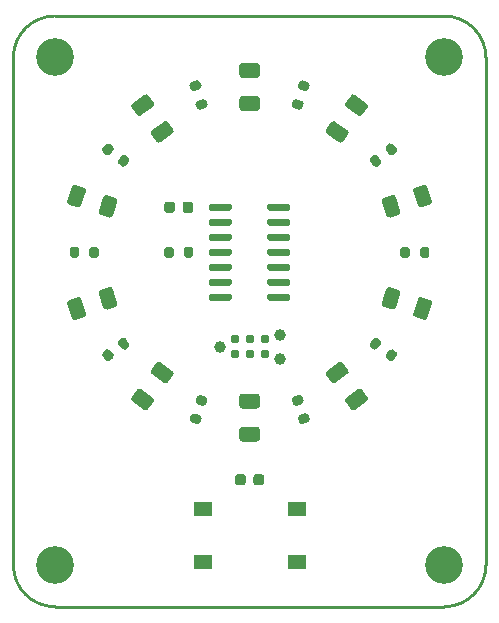
<source format=gbr>
G04 #@! TF.GenerationSoftware,KiCad,Pcbnew,(5.1.8)-1*
G04 #@! TF.CreationDate,2021-05-24T17:48:50-05:00*
G04 #@! TF.ProjectId,PIC16_Ring_of_Fire_Game,50494331-365f-4526-996e-675f6f665f46,1A*
G04 #@! TF.SameCoordinates,Original*
G04 #@! TF.FileFunction,Soldermask,Top*
G04 #@! TF.FilePolarity,Negative*
%FSLAX46Y46*%
G04 Gerber Fmt 4.6, Leading zero omitted, Abs format (unit mm)*
G04 Created by KiCad (PCBNEW (5.1.8)-1) date 2021-05-24 17:48:50*
%MOMM*%
%LPD*%
G01*
G04 APERTURE LIST*
G04 #@! TA.AperFunction,Profile*
%ADD10C,0.254000*%
G04 #@! TD*
%ADD11R,1.550000X1.300000*%
%ADD12C,0.787400*%
%ADD13C,0.990600*%
%ADD14C,3.200000*%
G04 APERTURE END LIST*
D10*
X83500000Y-125000000D02*
X116500000Y-125000000D01*
X120000000Y-121500000D02*
G75*
G02*
X116500000Y-125000000I-3500000J0D01*
G01*
X120000000Y-78500000D02*
X120000000Y-121500000D01*
X116500000Y-75000000D02*
G75*
G02*
X120000000Y-78500000I0J-3500000D01*
G01*
X83500000Y-75000000D02*
X116500000Y-75000000D01*
X80000000Y-78500000D02*
G75*
G02*
X83500000Y-75000000I3500000J0D01*
G01*
X83500000Y-125000000D02*
G75*
G02*
X80000000Y-121500000I0J3500000D01*
G01*
X80000000Y-78500000D02*
X80000000Y-121500000D01*
G36*
G01*
X95543555Y-82174388D02*
X96066636Y-82004429D01*
G75*
G02*
X96318650Y-82132837I61803J-190211D01*
G01*
X96442257Y-82513260D01*
G75*
G02*
X96313849Y-82765274I-190211J-61803D01*
G01*
X95790768Y-82935233D01*
G75*
G02*
X95538754Y-82806825I-61803J190211D01*
G01*
X95415147Y-82426402D01*
G75*
G02*
X95543555Y-82174388I190211J61803D01*
G01*
G37*
G36*
G01*
X95033677Y-80605144D02*
X95556758Y-80435185D01*
G75*
G02*
X95808772Y-80563593I61803J-190211D01*
G01*
X95932379Y-80944016D01*
G75*
G02*
X95803971Y-81196030I-190211J-61803D01*
G01*
X95280890Y-81365989D01*
G75*
G02*
X95028876Y-81237581I-61803J190211D01*
G01*
X94905269Y-80857158D01*
G75*
G02*
X95033677Y-80605144I190211J61803D01*
G01*
G37*
G36*
G01*
X88855955Y-87243296D02*
X89179237Y-86798336D01*
G75*
G02*
X89458597Y-86754090I161803J-117557D01*
G01*
X89782203Y-86989204D01*
G75*
G02*
X89826449Y-87268564I-117557J-161803D01*
G01*
X89503167Y-87713524D01*
G75*
G02*
X89223807Y-87757770I-161803J117557D01*
G01*
X88900201Y-87522656D01*
G75*
G02*
X88855955Y-87243296I117557J161803D01*
G01*
G37*
G36*
G01*
X87521077Y-86273450D02*
X87844359Y-85828490D01*
G75*
G02*
X88123719Y-85784244I161803J-117557D01*
G01*
X88447325Y-86019358D01*
G75*
G02*
X88491571Y-86298718I-117557J-161803D01*
G01*
X88168289Y-86743678D01*
G75*
G02*
X87888929Y-86787924I-161803J117557D01*
G01*
X87565323Y-86552810D01*
G75*
G02*
X87521077Y-86273450I117557J161803D01*
G01*
G37*
G36*
G01*
X86425000Y-95275000D02*
X86425000Y-94725000D01*
G75*
G02*
X86625000Y-94525000I200000J0D01*
G01*
X87025000Y-94525000D01*
G75*
G02*
X87225000Y-94725000I0J-200000D01*
G01*
X87225000Y-95275000D01*
G75*
G02*
X87025000Y-95475000I-200000J0D01*
G01*
X86625000Y-95475000D01*
G75*
G02*
X86425000Y-95275000I0J200000D01*
G01*
G37*
G36*
G01*
X84775000Y-95275000D02*
X84775000Y-94725000D01*
G75*
G02*
X84975000Y-94525000I200000J0D01*
G01*
X85375000Y-94525000D01*
G75*
G02*
X85575000Y-94725000I0J-200000D01*
G01*
X85575000Y-95275000D01*
G75*
G02*
X85375000Y-95475000I-200000J0D01*
G01*
X84975000Y-95475000D01*
G75*
G02*
X84775000Y-95275000I0J200000D01*
G01*
G37*
G36*
G01*
X89179237Y-103201664D02*
X88855955Y-102756704D01*
G75*
G02*
X88900201Y-102477344I161803J117557D01*
G01*
X89223807Y-102242230D01*
G75*
G02*
X89503167Y-102286476I117557J-161803D01*
G01*
X89826449Y-102731436D01*
G75*
G02*
X89782203Y-103010796I-161803J-117557D01*
G01*
X89458597Y-103245910D01*
G75*
G02*
X89179237Y-103201664I-117557J161803D01*
G01*
G37*
G36*
G01*
X87844359Y-104171510D02*
X87521077Y-103726550D01*
G75*
G02*
X87565323Y-103447190I161803J117557D01*
G01*
X87888929Y-103212076D01*
G75*
G02*
X88168289Y-103256322I117557J-161803D01*
G01*
X88491571Y-103701282D01*
G75*
G02*
X88447325Y-103980642I-161803J-117557D01*
G01*
X88123719Y-104215756D01*
G75*
G02*
X87844359Y-104171510I-117557J161803D01*
G01*
G37*
G36*
G01*
X96066636Y-107995571D02*
X95543555Y-107825612D01*
G75*
G02*
X95415147Y-107573598I61803J190211D01*
G01*
X95538754Y-107193175D01*
G75*
G02*
X95790768Y-107064767I190211J-61803D01*
G01*
X96313849Y-107234726D01*
G75*
G02*
X96442257Y-107486740I-61803J-190211D01*
G01*
X96318650Y-107867163D01*
G75*
G02*
X96066636Y-107995571I-190211J61803D01*
G01*
G37*
G36*
G01*
X95556758Y-109564815D02*
X95033677Y-109394856D01*
G75*
G02*
X94905269Y-109142842I61803J190211D01*
G01*
X95028876Y-108762419D01*
G75*
G02*
X95280890Y-108634011I190211J-61803D01*
G01*
X95803971Y-108803970D01*
G75*
G02*
X95932379Y-109055984I-61803J-190211D01*
G01*
X95808772Y-109436407D01*
G75*
G02*
X95556758Y-109564815I-190211J61803D01*
G01*
G37*
G36*
G01*
X104456445Y-107825612D02*
X103933364Y-107995571D01*
G75*
G02*
X103681350Y-107867163I-61803J190211D01*
G01*
X103557743Y-107486740D01*
G75*
G02*
X103686151Y-107234726I190211J61803D01*
G01*
X104209232Y-107064767D01*
G75*
G02*
X104461246Y-107193175I61803J-190211D01*
G01*
X104584853Y-107573598D01*
G75*
G02*
X104456445Y-107825612I-190211J-61803D01*
G01*
G37*
G36*
G01*
X104966323Y-109394856D02*
X104443242Y-109564815D01*
G75*
G02*
X104191228Y-109436407I-61803J190211D01*
G01*
X104067621Y-109055984D01*
G75*
G02*
X104196029Y-108803970I190211J61803D01*
G01*
X104719110Y-108634011D01*
G75*
G02*
X104971124Y-108762419I61803J-190211D01*
G01*
X105094731Y-109142842D01*
G75*
G02*
X104966323Y-109394856I-190211J-61803D01*
G01*
G37*
G36*
G01*
X111144045Y-102756704D02*
X110820763Y-103201664D01*
G75*
G02*
X110541403Y-103245910I-161803J117557D01*
G01*
X110217797Y-103010796D01*
G75*
G02*
X110173551Y-102731436I117557J161803D01*
G01*
X110496833Y-102286476D01*
G75*
G02*
X110776193Y-102242230I161803J-117557D01*
G01*
X111099799Y-102477344D01*
G75*
G02*
X111144045Y-102756704I-117557J-161803D01*
G01*
G37*
G36*
G01*
X112478923Y-103726550D02*
X112155641Y-104171510D01*
G75*
G02*
X111876281Y-104215756I-161803J117557D01*
G01*
X111552675Y-103980642D01*
G75*
G02*
X111508429Y-103701282I117557J161803D01*
G01*
X111831711Y-103256322D01*
G75*
G02*
X112111071Y-103212076I161803J-117557D01*
G01*
X112434677Y-103447190D01*
G75*
G02*
X112478923Y-103726550I-117557J-161803D01*
G01*
G37*
G36*
G01*
X113575000Y-94725000D02*
X113575000Y-95275000D01*
G75*
G02*
X113375000Y-95475000I-200000J0D01*
G01*
X112975000Y-95475000D01*
G75*
G02*
X112775000Y-95275000I0J200000D01*
G01*
X112775000Y-94725000D01*
G75*
G02*
X112975000Y-94525000I200000J0D01*
G01*
X113375000Y-94525000D01*
G75*
G02*
X113575000Y-94725000I0J-200000D01*
G01*
G37*
G36*
G01*
X115225000Y-94725000D02*
X115225000Y-95275000D01*
G75*
G02*
X115025000Y-95475000I-200000J0D01*
G01*
X114625000Y-95475000D01*
G75*
G02*
X114425000Y-95275000I0J200000D01*
G01*
X114425000Y-94725000D01*
G75*
G02*
X114625000Y-94525000I200000J0D01*
G01*
X115025000Y-94525000D01*
G75*
G02*
X115225000Y-94725000I0J-200000D01*
G01*
G37*
G36*
G01*
X112155641Y-85828490D02*
X112478923Y-86273450D01*
G75*
G02*
X112434677Y-86552810I-161803J-117557D01*
G01*
X112111071Y-86787924D01*
G75*
G02*
X111831711Y-86743678I-117557J161803D01*
G01*
X111508429Y-86298718D01*
G75*
G02*
X111552675Y-86019358I161803J117557D01*
G01*
X111876281Y-85784244D01*
G75*
G02*
X112155641Y-85828490I117557J-161803D01*
G01*
G37*
G36*
G01*
X110820763Y-86798336D02*
X111144045Y-87243296D01*
G75*
G02*
X111099799Y-87522656I-161803J-117557D01*
G01*
X110776193Y-87757770D01*
G75*
G02*
X110496833Y-87713524I-117557J161803D01*
G01*
X110173551Y-87268564D01*
G75*
G02*
X110217797Y-86989204I161803J117557D01*
G01*
X110541403Y-86754090D01*
G75*
G02*
X110820763Y-86798336I117557J-161803D01*
G01*
G37*
G36*
G01*
X103933364Y-82004429D02*
X104456445Y-82174388D01*
G75*
G02*
X104584853Y-82426402I-61803J-190211D01*
G01*
X104461246Y-82806825D01*
G75*
G02*
X104209232Y-82935233I-190211J61803D01*
G01*
X103686151Y-82765274D01*
G75*
G02*
X103557743Y-82513260I61803J190211D01*
G01*
X103681350Y-82132837D01*
G75*
G02*
X103933364Y-82004429I190211J-61803D01*
G01*
G37*
G36*
G01*
X104443242Y-80435185D02*
X104966323Y-80605144D01*
G75*
G02*
X105094731Y-80857158I-61803J-190211D01*
G01*
X104971124Y-81237581D01*
G75*
G02*
X104719110Y-81365989I-190211J61803D01*
G01*
X104196029Y-81196030D01*
G75*
G02*
X104067621Y-80944016I61803J190211D01*
G01*
X104191228Y-80563593D01*
G75*
G02*
X104443242Y-80435185I190211J-61803D01*
G01*
G37*
D11*
X103980000Y-116750000D03*
X103980000Y-121250000D03*
X96020000Y-121250000D03*
X96020000Y-116750000D03*
D12*
X101270000Y-102365000D03*
X101270000Y-103635000D03*
X100000000Y-102365000D03*
X100000000Y-103635000D03*
X98730000Y-102365000D03*
X98730000Y-103635000D03*
D13*
X97460000Y-103000000D03*
X102540000Y-104016000D03*
X102540000Y-101984000D03*
G36*
G01*
X91720904Y-84668116D02*
X92732175Y-83933385D01*
G75*
G02*
X93081375Y-83988693I146946J-202254D01*
G01*
X93522214Y-84595456D01*
G75*
G02*
X93466906Y-84944656I-202254J-146946D01*
G01*
X92455635Y-85679387D01*
G75*
G02*
X92106435Y-85624079I-146946J202254D01*
G01*
X91665596Y-85017316D01*
G75*
G02*
X91720904Y-84668116I202254J146946D01*
G01*
G37*
G36*
G01*
X90075106Y-82402868D02*
X91086377Y-81668137D01*
G75*
G02*
X91435577Y-81723445I146946J-202254D01*
G01*
X91876416Y-82330208D01*
G75*
G02*
X91821108Y-82679408I-202254J-146946D01*
G01*
X90809837Y-83414139D01*
G75*
G02*
X90460637Y-83358831I-146946J202254D01*
G01*
X90019798Y-82752068D01*
G75*
G02*
X90075106Y-82402868I202254J146946D01*
G01*
G37*
G36*
G01*
X87229142Y-91507661D02*
X87615413Y-90318840D01*
G75*
G02*
X87930431Y-90158330I237764J-77254D01*
G01*
X88643724Y-90390093D01*
G75*
G02*
X88804234Y-90705111I-77254J-237764D01*
G01*
X88417963Y-91893932D01*
G75*
G02*
X88102945Y-92054442I-237764J77254D01*
G01*
X87389652Y-91822679D01*
G75*
G02*
X87229142Y-91507661I77254J237764D01*
G01*
G37*
G36*
G01*
X84566184Y-90642413D02*
X84952455Y-89453592D01*
G75*
G02*
X85267473Y-89293082I237764J-77254D01*
G01*
X85980766Y-89524845D01*
G75*
G02*
X86141276Y-89839863I-77254J-237764D01*
G01*
X85755005Y-91028684D01*
G75*
G02*
X85439987Y-91189194I-237764J77254D01*
G01*
X84726694Y-90957431D01*
G75*
G02*
X84566184Y-90642413I77254J237764D01*
G01*
G37*
G36*
G01*
X87615413Y-99681160D02*
X87229142Y-98492339D01*
G75*
G02*
X87389652Y-98177321I237764J77254D01*
G01*
X88102945Y-97945558D01*
G75*
G02*
X88417963Y-98106068I77254J-237764D01*
G01*
X88804234Y-99294889D01*
G75*
G02*
X88643724Y-99609907I-237764J-77254D01*
G01*
X87930431Y-99841670D01*
G75*
G02*
X87615413Y-99681160I-77254J237764D01*
G01*
G37*
G36*
G01*
X84952455Y-100546408D02*
X84566184Y-99357587D01*
G75*
G02*
X84726694Y-99042569I237764J77254D01*
G01*
X85439987Y-98810806D01*
G75*
G02*
X85755005Y-98971316I77254J-237764D01*
G01*
X86141276Y-100160137D01*
G75*
G02*
X85980766Y-100475155I-237764J-77254D01*
G01*
X85267473Y-100706918D01*
G75*
G02*
X84952455Y-100546408I-77254J237764D01*
G01*
G37*
G36*
G01*
X92732175Y-106066615D02*
X91720904Y-105331884D01*
G75*
G02*
X91665596Y-104982684I146946J202254D01*
G01*
X92106435Y-104375921D01*
G75*
G02*
X92455635Y-104320613I202254J-146946D01*
G01*
X93466906Y-105055344D01*
G75*
G02*
X93522214Y-105404544I-146946J-202254D01*
G01*
X93081375Y-106011307D01*
G75*
G02*
X92732175Y-106066615I-202254J146946D01*
G01*
G37*
G36*
G01*
X91086377Y-108331863D02*
X90075106Y-107597132D01*
G75*
G02*
X90019798Y-107247932I146946J202254D01*
G01*
X90460637Y-106641169D01*
G75*
G02*
X90809837Y-106585861I202254J-146946D01*
G01*
X91821108Y-107320592D01*
G75*
G02*
X91876416Y-107669792I-146946J-202254D01*
G01*
X91435577Y-108276555D01*
G75*
G02*
X91086377Y-108331863I-202254J146946D01*
G01*
G37*
G36*
G01*
X100625000Y-108225000D02*
X99375000Y-108225000D01*
G75*
G02*
X99125000Y-107975000I0J250000D01*
G01*
X99125000Y-107225000D01*
G75*
G02*
X99375000Y-106975000I250000J0D01*
G01*
X100625000Y-106975000D01*
G75*
G02*
X100875000Y-107225000I0J-250000D01*
G01*
X100875000Y-107975000D01*
G75*
G02*
X100625000Y-108225000I-250000J0D01*
G01*
G37*
G36*
G01*
X100625000Y-111025000D02*
X99375000Y-111025000D01*
G75*
G02*
X99125000Y-110775000I0J250000D01*
G01*
X99125000Y-110025000D01*
G75*
G02*
X99375000Y-109775000I250000J0D01*
G01*
X100625000Y-109775000D01*
G75*
G02*
X100875000Y-110025000I0J-250000D01*
G01*
X100875000Y-110775000D01*
G75*
G02*
X100625000Y-111025000I-250000J0D01*
G01*
G37*
G36*
G01*
X109924894Y-107597132D02*
X108913623Y-108331863D01*
G75*
G02*
X108564423Y-108276555I-146946J202254D01*
G01*
X108123584Y-107669792D01*
G75*
G02*
X108178892Y-107320592I202254J146946D01*
G01*
X109190163Y-106585861D01*
G75*
G02*
X109539363Y-106641169I146946J-202254D01*
G01*
X109980202Y-107247932D01*
G75*
G02*
X109924894Y-107597132I-202254J-146946D01*
G01*
G37*
G36*
G01*
X108279096Y-105331884D02*
X107267825Y-106066615D01*
G75*
G02*
X106918625Y-106011307I-146946J202254D01*
G01*
X106477786Y-105404544D01*
G75*
G02*
X106533094Y-105055344I202254J146946D01*
G01*
X107544365Y-104320613D01*
G75*
G02*
X107893565Y-104375921I146946J-202254D01*
G01*
X108334404Y-104982684D01*
G75*
G02*
X108279096Y-105331884I-202254J-146946D01*
G01*
G37*
G36*
G01*
X112770858Y-98492339D02*
X112384587Y-99681160D01*
G75*
G02*
X112069569Y-99841670I-237764J77254D01*
G01*
X111356276Y-99609907D01*
G75*
G02*
X111195766Y-99294889I77254J237764D01*
G01*
X111582037Y-98106068D01*
G75*
G02*
X111897055Y-97945558I237764J-77254D01*
G01*
X112610348Y-98177321D01*
G75*
G02*
X112770858Y-98492339I-77254J-237764D01*
G01*
G37*
G36*
G01*
X115433816Y-99357587D02*
X115047545Y-100546408D01*
G75*
G02*
X114732527Y-100706918I-237764J77254D01*
G01*
X114019234Y-100475155D01*
G75*
G02*
X113858724Y-100160137I77254J237764D01*
G01*
X114244995Y-98971316D01*
G75*
G02*
X114560013Y-98810806I237764J-77254D01*
G01*
X115273306Y-99042569D01*
G75*
G02*
X115433816Y-99357587I-77254J-237764D01*
G01*
G37*
G36*
G01*
X112384587Y-90318840D02*
X112770858Y-91507661D01*
G75*
G02*
X112610348Y-91822679I-237764J-77254D01*
G01*
X111897055Y-92054442D01*
G75*
G02*
X111582037Y-91893932I-77254J237764D01*
G01*
X111195766Y-90705111D01*
G75*
G02*
X111356276Y-90390093I237764J77254D01*
G01*
X112069569Y-90158330D01*
G75*
G02*
X112384587Y-90318840I77254J-237764D01*
G01*
G37*
G36*
G01*
X115047545Y-89453592D02*
X115433816Y-90642413D01*
G75*
G02*
X115273306Y-90957431I-237764J-77254D01*
G01*
X114560013Y-91189194D01*
G75*
G02*
X114244995Y-91028684I-77254J237764D01*
G01*
X113858724Y-89839863D01*
G75*
G02*
X114019234Y-89524845I237764J77254D01*
G01*
X114732527Y-89293082D01*
G75*
G02*
X115047545Y-89453592I77254J-237764D01*
G01*
G37*
G36*
G01*
X107267825Y-83933385D02*
X108279096Y-84668116D01*
G75*
G02*
X108334404Y-85017316I-146946J-202254D01*
G01*
X107893565Y-85624079D01*
G75*
G02*
X107544365Y-85679387I-202254J146946D01*
G01*
X106533094Y-84944656D01*
G75*
G02*
X106477786Y-84595456I146946J202254D01*
G01*
X106918625Y-83988693D01*
G75*
G02*
X107267825Y-83933385I202254J-146946D01*
G01*
G37*
G36*
G01*
X108913623Y-81668137D02*
X109924894Y-82402868D01*
G75*
G02*
X109980202Y-82752068I-146946J-202254D01*
G01*
X109539363Y-83358831D01*
G75*
G02*
X109190163Y-83414139I-202254J146946D01*
G01*
X108178892Y-82679408D01*
G75*
G02*
X108123584Y-82330208I146946J202254D01*
G01*
X108564423Y-81723445D01*
G75*
G02*
X108913623Y-81668137I202254J-146946D01*
G01*
G37*
G36*
G01*
X99375000Y-78975000D02*
X100625000Y-78975000D01*
G75*
G02*
X100875000Y-79225000I0J-250000D01*
G01*
X100875000Y-79975000D01*
G75*
G02*
X100625000Y-80225000I-250000J0D01*
G01*
X99375000Y-80225000D01*
G75*
G02*
X99125000Y-79975000I0J250000D01*
G01*
X99125000Y-79225000D01*
G75*
G02*
X99375000Y-78975000I250000J0D01*
G01*
G37*
G36*
G01*
X99375000Y-81775000D02*
X100625000Y-81775000D01*
G75*
G02*
X100875000Y-82025000I0J-250000D01*
G01*
X100875000Y-82775000D01*
G75*
G02*
X100625000Y-83025000I-250000J0D01*
G01*
X99375000Y-83025000D01*
G75*
G02*
X99125000Y-82775000I0J250000D01*
G01*
X99125000Y-82025000D01*
G75*
G02*
X99375000Y-81775000I250000J0D01*
G01*
G37*
D14*
X116500000Y-121500000D03*
X116500000Y-78500000D03*
X83500000Y-78500000D03*
X83500000Y-121500000D03*
G36*
G01*
X101500000Y-91340000D02*
X101500000Y-91040000D01*
G75*
G02*
X101650000Y-90890000I150000J0D01*
G01*
X103300000Y-90890000D01*
G75*
G02*
X103450000Y-91040000I0J-150000D01*
G01*
X103450000Y-91340000D01*
G75*
G02*
X103300000Y-91490000I-150000J0D01*
G01*
X101650000Y-91490000D01*
G75*
G02*
X101500000Y-91340000I0J150000D01*
G01*
G37*
G36*
G01*
X101500000Y-92610000D02*
X101500000Y-92310000D01*
G75*
G02*
X101650000Y-92160000I150000J0D01*
G01*
X103300000Y-92160000D01*
G75*
G02*
X103450000Y-92310000I0J-150000D01*
G01*
X103450000Y-92610000D01*
G75*
G02*
X103300000Y-92760000I-150000J0D01*
G01*
X101650000Y-92760000D01*
G75*
G02*
X101500000Y-92610000I0J150000D01*
G01*
G37*
G36*
G01*
X101500000Y-93880000D02*
X101500000Y-93580000D01*
G75*
G02*
X101650000Y-93430000I150000J0D01*
G01*
X103300000Y-93430000D01*
G75*
G02*
X103450000Y-93580000I0J-150000D01*
G01*
X103450000Y-93880000D01*
G75*
G02*
X103300000Y-94030000I-150000J0D01*
G01*
X101650000Y-94030000D01*
G75*
G02*
X101500000Y-93880000I0J150000D01*
G01*
G37*
G36*
G01*
X101500000Y-95150000D02*
X101500000Y-94850000D01*
G75*
G02*
X101650000Y-94700000I150000J0D01*
G01*
X103300000Y-94700000D01*
G75*
G02*
X103450000Y-94850000I0J-150000D01*
G01*
X103450000Y-95150000D01*
G75*
G02*
X103300000Y-95300000I-150000J0D01*
G01*
X101650000Y-95300000D01*
G75*
G02*
X101500000Y-95150000I0J150000D01*
G01*
G37*
G36*
G01*
X101500000Y-96420000D02*
X101500000Y-96120000D01*
G75*
G02*
X101650000Y-95970000I150000J0D01*
G01*
X103300000Y-95970000D01*
G75*
G02*
X103450000Y-96120000I0J-150000D01*
G01*
X103450000Y-96420000D01*
G75*
G02*
X103300000Y-96570000I-150000J0D01*
G01*
X101650000Y-96570000D01*
G75*
G02*
X101500000Y-96420000I0J150000D01*
G01*
G37*
G36*
G01*
X101500000Y-97690000D02*
X101500000Y-97390000D01*
G75*
G02*
X101650000Y-97240000I150000J0D01*
G01*
X103300000Y-97240000D01*
G75*
G02*
X103450000Y-97390000I0J-150000D01*
G01*
X103450000Y-97690000D01*
G75*
G02*
X103300000Y-97840000I-150000J0D01*
G01*
X101650000Y-97840000D01*
G75*
G02*
X101500000Y-97690000I0J150000D01*
G01*
G37*
G36*
G01*
X101500000Y-98960000D02*
X101500000Y-98660000D01*
G75*
G02*
X101650000Y-98510000I150000J0D01*
G01*
X103300000Y-98510000D01*
G75*
G02*
X103450000Y-98660000I0J-150000D01*
G01*
X103450000Y-98960000D01*
G75*
G02*
X103300000Y-99110000I-150000J0D01*
G01*
X101650000Y-99110000D01*
G75*
G02*
X101500000Y-98960000I0J150000D01*
G01*
G37*
G36*
G01*
X96550000Y-98960000D02*
X96550000Y-98660000D01*
G75*
G02*
X96700000Y-98510000I150000J0D01*
G01*
X98350000Y-98510000D01*
G75*
G02*
X98500000Y-98660000I0J-150000D01*
G01*
X98500000Y-98960000D01*
G75*
G02*
X98350000Y-99110000I-150000J0D01*
G01*
X96700000Y-99110000D01*
G75*
G02*
X96550000Y-98960000I0J150000D01*
G01*
G37*
G36*
G01*
X96550000Y-97690000D02*
X96550000Y-97390000D01*
G75*
G02*
X96700000Y-97240000I150000J0D01*
G01*
X98350000Y-97240000D01*
G75*
G02*
X98500000Y-97390000I0J-150000D01*
G01*
X98500000Y-97690000D01*
G75*
G02*
X98350000Y-97840000I-150000J0D01*
G01*
X96700000Y-97840000D01*
G75*
G02*
X96550000Y-97690000I0J150000D01*
G01*
G37*
G36*
G01*
X96550000Y-96420000D02*
X96550000Y-96120000D01*
G75*
G02*
X96700000Y-95970000I150000J0D01*
G01*
X98350000Y-95970000D01*
G75*
G02*
X98500000Y-96120000I0J-150000D01*
G01*
X98500000Y-96420000D01*
G75*
G02*
X98350000Y-96570000I-150000J0D01*
G01*
X96700000Y-96570000D01*
G75*
G02*
X96550000Y-96420000I0J150000D01*
G01*
G37*
G36*
G01*
X96550000Y-95150000D02*
X96550000Y-94850000D01*
G75*
G02*
X96700000Y-94700000I150000J0D01*
G01*
X98350000Y-94700000D01*
G75*
G02*
X98500000Y-94850000I0J-150000D01*
G01*
X98500000Y-95150000D01*
G75*
G02*
X98350000Y-95300000I-150000J0D01*
G01*
X96700000Y-95300000D01*
G75*
G02*
X96550000Y-95150000I0J150000D01*
G01*
G37*
G36*
G01*
X96550000Y-93880000D02*
X96550000Y-93580000D01*
G75*
G02*
X96700000Y-93430000I150000J0D01*
G01*
X98350000Y-93430000D01*
G75*
G02*
X98500000Y-93580000I0J-150000D01*
G01*
X98500000Y-93880000D01*
G75*
G02*
X98350000Y-94030000I-150000J0D01*
G01*
X96700000Y-94030000D01*
G75*
G02*
X96550000Y-93880000I0J150000D01*
G01*
G37*
G36*
G01*
X96550000Y-92610000D02*
X96550000Y-92310000D01*
G75*
G02*
X96700000Y-92160000I150000J0D01*
G01*
X98350000Y-92160000D01*
G75*
G02*
X98500000Y-92310000I0J-150000D01*
G01*
X98500000Y-92610000D01*
G75*
G02*
X98350000Y-92760000I-150000J0D01*
G01*
X96700000Y-92760000D01*
G75*
G02*
X96550000Y-92610000I0J150000D01*
G01*
G37*
G36*
G01*
X96550000Y-91340000D02*
X96550000Y-91040000D01*
G75*
G02*
X96700000Y-90890000I150000J0D01*
G01*
X98350000Y-90890000D01*
G75*
G02*
X98500000Y-91040000I0J-150000D01*
G01*
X98500000Y-91340000D01*
G75*
G02*
X98350000Y-91490000I-150000J0D01*
G01*
X96700000Y-91490000D01*
G75*
G02*
X96550000Y-91340000I0J150000D01*
G01*
G37*
G36*
G01*
X94425000Y-95275000D02*
X94425000Y-94725000D01*
G75*
G02*
X94625000Y-94525000I200000J0D01*
G01*
X95025000Y-94525000D01*
G75*
G02*
X95225000Y-94725000I0J-200000D01*
G01*
X95225000Y-95275000D01*
G75*
G02*
X95025000Y-95475000I-200000J0D01*
G01*
X94625000Y-95475000D01*
G75*
G02*
X94425000Y-95275000I0J200000D01*
G01*
G37*
G36*
G01*
X92775000Y-95275000D02*
X92775000Y-94725000D01*
G75*
G02*
X92975000Y-94525000I200000J0D01*
G01*
X93375000Y-94525000D01*
G75*
G02*
X93575000Y-94725000I0J-200000D01*
G01*
X93575000Y-95275000D01*
G75*
G02*
X93375000Y-95475000I-200000J0D01*
G01*
X92975000Y-95475000D01*
G75*
G02*
X92775000Y-95275000I0J200000D01*
G01*
G37*
G36*
G01*
X99675000Y-114000000D02*
X99675000Y-114500000D01*
G75*
G02*
X99450000Y-114725000I-225000J0D01*
G01*
X99000000Y-114725000D01*
G75*
G02*
X98775000Y-114500000I0J225000D01*
G01*
X98775000Y-114000000D01*
G75*
G02*
X99000000Y-113775000I225000J0D01*
G01*
X99450000Y-113775000D01*
G75*
G02*
X99675000Y-114000000I0J-225000D01*
G01*
G37*
G36*
G01*
X101225000Y-114000000D02*
X101225000Y-114500000D01*
G75*
G02*
X101000000Y-114725000I-225000J0D01*
G01*
X100550000Y-114725000D01*
G75*
G02*
X100325000Y-114500000I0J225000D01*
G01*
X100325000Y-114000000D01*
G75*
G02*
X100550000Y-113775000I225000J0D01*
G01*
X101000000Y-113775000D01*
G75*
G02*
X101225000Y-114000000I0J-225000D01*
G01*
G37*
G36*
G01*
X93675000Y-90940000D02*
X93675000Y-91440000D01*
G75*
G02*
X93450000Y-91665000I-225000J0D01*
G01*
X93000000Y-91665000D01*
G75*
G02*
X92775000Y-91440000I0J225000D01*
G01*
X92775000Y-90940000D01*
G75*
G02*
X93000000Y-90715000I225000J0D01*
G01*
X93450000Y-90715000D01*
G75*
G02*
X93675000Y-90940000I0J-225000D01*
G01*
G37*
G36*
G01*
X95225000Y-90940000D02*
X95225000Y-91440000D01*
G75*
G02*
X95000000Y-91665000I-225000J0D01*
G01*
X94550000Y-91665000D01*
G75*
G02*
X94325000Y-91440000I0J225000D01*
G01*
X94325000Y-90940000D01*
G75*
G02*
X94550000Y-90715000I225000J0D01*
G01*
X95000000Y-90715000D01*
G75*
G02*
X95225000Y-90940000I0J-225000D01*
G01*
G37*
M02*

</source>
